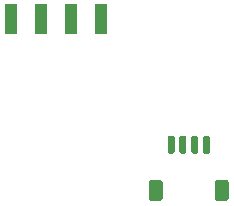
<source format=gtp>
G04 #@! TF.GenerationSoftware,KiCad,Pcbnew,7.0.6-7.0.6~ubuntu22.04.1*
G04 #@! TF.CreationDate,2023-08-02T18:38:57+01:00*
G04 #@! TF.ProjectId,working,776f726b-696e-4672-9e6b-696361645f70,rev?*
G04 #@! TF.SameCoordinates,Original*
G04 #@! TF.FileFunction,Paste,Top*
G04 #@! TF.FilePolarity,Positive*
%FSLAX46Y46*%
G04 Gerber Fmt 4.6, Leading zero omitted, Abs format (unit mm)*
G04 Created by KiCad (PCBNEW 7.0.6-7.0.6~ubuntu22.04.1) date 2023-08-02 18:38:57*
%MOMM*%
%LPD*%
G01*
G04 APERTURE LIST*
%ADD10R,1.000000X2.500000*%
G04 APERTURE END LIST*
G36*
G01*
X-5840000Y-69840000D02*
X-5840000Y-68590000D01*
G75*
G02*
X-5690000Y-68440000I150000J0D01*
G01*
X-5390000Y-68440000D01*
G75*
G02*
X-5240000Y-68590000I0J-150000D01*
G01*
X-5240000Y-69840000D01*
G75*
G02*
X-5390000Y-69990000I-150000J0D01*
G01*
X-5690000Y-69990000D01*
G75*
G02*
X-5840000Y-69840000I0J150000D01*
G01*
G37*
G36*
G01*
X-4840000Y-69840000D02*
X-4840000Y-68590000D01*
G75*
G02*
X-4690000Y-68440000I150000J0D01*
G01*
X-4390000Y-68440000D01*
G75*
G02*
X-4240000Y-68590000I0J-150000D01*
G01*
X-4240000Y-69840000D01*
G75*
G02*
X-4390000Y-69990000I-150000J0D01*
G01*
X-4690000Y-69990000D01*
G75*
G02*
X-4840000Y-69840000I0J150000D01*
G01*
G37*
G36*
G01*
X-3840000Y-69840000D02*
X-3840000Y-68590000D01*
G75*
G02*
X-3690000Y-68440000I150000J0D01*
G01*
X-3390000Y-68440000D01*
G75*
G02*
X-3240000Y-68590000I0J-150000D01*
G01*
X-3240000Y-69840000D01*
G75*
G02*
X-3390000Y-69990000I-150000J0D01*
G01*
X-3690000Y-69990000D01*
G75*
G02*
X-3840000Y-69840000I0J150000D01*
G01*
G37*
G36*
G01*
X-2840000Y-69840000D02*
X-2840000Y-68590000D01*
G75*
G02*
X-2690000Y-68440000I150000J0D01*
G01*
X-2390000Y-68440000D01*
G75*
G02*
X-2240000Y-68590000I0J-150000D01*
G01*
X-2240000Y-69840000D01*
G75*
G02*
X-2390000Y-69990000I-150000J0D01*
G01*
X-2690000Y-69990000D01*
G75*
G02*
X-2840000Y-69840000I0J150000D01*
G01*
G37*
G36*
G01*
X-7440000Y-73740000D02*
X-7440000Y-72440000D01*
G75*
G02*
X-7190000Y-72190000I250000J0D01*
G01*
X-6490000Y-72190000D01*
G75*
G02*
X-6240000Y-72440000I0J-250000D01*
G01*
X-6240000Y-73740000D01*
G75*
G02*
X-6490000Y-73990000I-250000J0D01*
G01*
X-7190000Y-73990000D01*
G75*
G02*
X-7440000Y-73740000I0J250000D01*
G01*
G37*
G36*
G01*
X-1840000Y-73740000D02*
X-1840000Y-72440000D01*
G75*
G02*
X-1590000Y-72190000I250000J0D01*
G01*
X-890000Y-72190000D01*
G75*
G02*
X-640000Y-72440000I0J-250000D01*
G01*
X-640000Y-73740000D01*
G75*
G02*
X-890000Y-73990000I-250000J0D01*
G01*
X-1590000Y-73990000D01*
G75*
G02*
X-1840000Y-73740000I0J250000D01*
G01*
G37*
D10*
X-11430000Y-58610000D03*
X-13970000Y-58610000D03*
X-16510000Y-58610000D03*
X-19050000Y-58610000D03*
M02*

</source>
